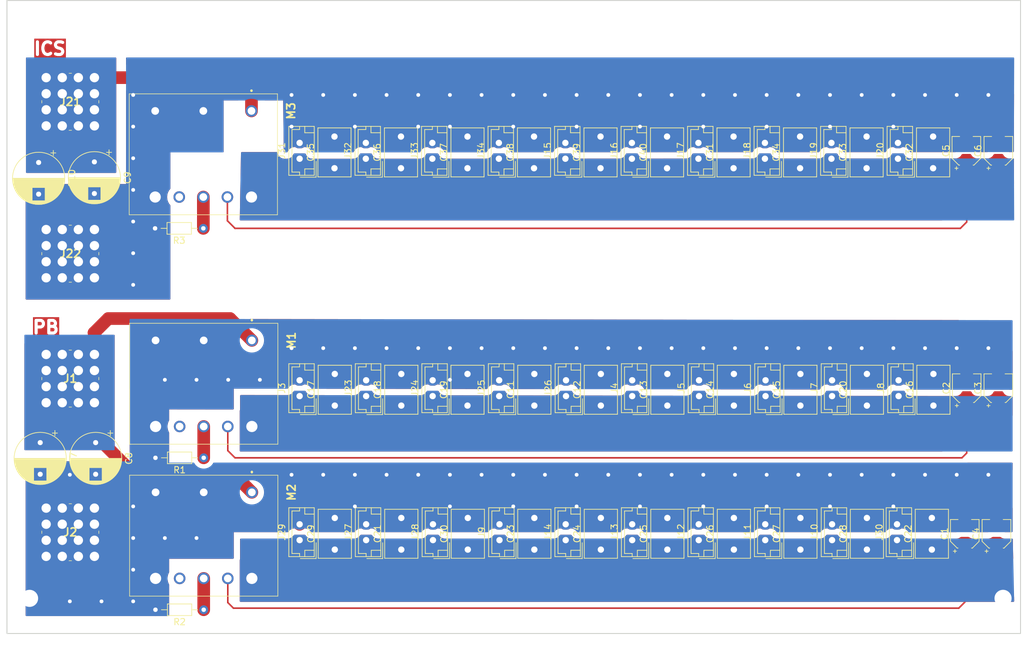
<source format=kicad_pcb>
(kicad_pcb (version 20221018) (generator pcbnew)
  (layers (0 "F.Cu" signal) (31 "B.Cu" signal) (34 "B.Paste" user) (35 "F.Paste" user) (36 "B.SilkS" user "B.Silkscreen") (37 "F.SilkS" user "F.Silkscreen") (38 "B.Mask" user) (39 "F.Mask" user) (44 "Edge.Cuts" user))
  (net 0 "")
  (net 1 "+6V")
  (net 2 "GND1")
  (net 3 "+12V")
  (net 4 "GND2")
  (net 5 "Net-(J1-0)")
  (net 6 "Net-(J21-0)")
  (net 8 "Net-(M1-TRIM)")
  (net 10 "Net-(M2-TRIM)")
  (net 12 "Net-(M3-TRIM)")
  (net 13 "Vdrive")
  (footprint "Connector_JST:JST_EH_B2B-EH-A_1x02_P2.50mm_Vertical" (layer "F.Cu") (at 174.7 130.25 90)
    (fp_text reference "J11")
    (fp_text value "Connector")
  )
  (footprint "Capacitor_THT:C_Disc_D7.5mm_W5.0mm_P5.00mm" (layer "F.Cu") (at 148.75 109 90)
    (fp_text reference "C12")
    (fp_text value "1nF")
  )
  (footprint "Capacitor_THT:C_Disc_D7.5mm_W5.0mm_P5.00mm" (layer "F.Cu") (at 106.7 71.5 90)
    (fp_text reference "C35")
    (fp_text value "1nF")
  )
  (footprint "My Global Library:I3A4W005A150V001R" (layer "F.Cu") (at 93.66 98.7 -90)
    (fp_text reference "M1")
    (fp_text value "TDK" hide)
  )
  (footprint "Capacitor_SMD:CP_Elec_4x5.7" (layer "F.Cu") (at 211.2 129.25 90)
    (fp_text reference "C4")
    (fp_text value "22uF")
  )
  (footprint "Connector_JST:JST_EH_B2B-EH-A_1x02_P2.50mm_Vertical" (layer "F.Cu") (at 174.75 107.5 90)
    (fp_text reference "J6")
    (fp_text value "Connector")
  )
  (footprint "Connector_JST:JST_EH_B2B-EH-A_1x02_P2.50mm_Vertical" (layer "F.Cu") (at 111.7 130.25 90)
    (fp_text reference "J27")
    (fp_text value "Connector")
  )
  (footprint "Connector_JST:JST_EH_B2B-EH-A_1x02_P2.50mm_Vertical" (layer "F.Cu") (at 164.15 70 90)
    (fp_text reference "J17")
    (fp_text value "Connector")
  )
  (footprint "Connector_JST:JST_EH_B2B-EH-A_1x02_P2.50mm_Vertical" (layer "F.Cu") (at 143.15 70 90)
    (fp_text reference "J15")
    (fp_text value "Connector")
  )
  (footprint "My Global Library:7461383" (layer "F.Cu") (at 61.19 64.81)
    (fp_text reference "J21")
    (fp_text value "~" hide)
  )
  (footprint "Connector_JST:JST_EH_B2B-EH-A_1x02_P2.50mm_Vertical" (layer "F.Cu") (at 153.65 70 90)
    (fp_text reference "J16")
    (fp_text value "Connector")
  )
  (footprint "Capacitor_SMD:CP_Elec_4x5.8" (layer "F.Cu") (at 206.2 129.25 90)
    (fp_text reference "C1")
    (fp_text value "100nF")
  )
  (footprint "Capacitor_SMD:CP_Elec_4x5.7" (layer "F.Cu") (at 211.5 106.25 90)
    (fp_text reference "C3")
    (fp_text value "22uF")
  )
  (footprint "Capacitor_THT:C_Disc_D7.5mm_W5.0mm_P5.00mm" (layer "F.Cu") (at 201.2 71.5 90)
    (fp_text reference "C32")
    (fp_text value "1nF")
  )
  (footprint "Capacitor_THT:C_Disc_D7.5mm_W5.0mm_P5.00mm" (layer "F.Cu") (at 201 131.75 90)
    (fp_text reference "C22")
    (fp_text value "1nF")
  )
  (footprint "Connector_JST:JST_EH_B2B-EH-A_1x02_P2.50mm_Vertical" (layer "F.Cu") (at 101.2 107.5 90)
    (fp_text reference "J3")
    (fp_text value "Connector")
  )
  (footprint "Capacitor_THT:CP_Radial_D8.0mm_P5.00mm" (layer "F.Cu") (at 69 114.847349 -90)
    (fp_text reference "C8")
    (fp_text value "100uF")
  )
  (footprint "Capacitor_THT:C_Disc_D7.5mm_W5.0mm_P5.00mm" (layer "F.Cu") (at 117.25 131.75 90)
    (fp_text reference "C21")
    (fp_text value "1nF")
  )
  (footprint "Connector_JST:JST_EH_B2B-EH-A_1x02_P2.50mm_Vertical" (layer "F.Cu") (at 101.2 130.25 90)
    (fp_text reference "J29")
    (fp_text value "Connector")
  )
  (footprint "Capacitor_THT:C_Disc_D7.5mm_W5.0mm_P5.00mm" (layer "F.Cu") (at 190.75 109 90)
    (fp_text reference "C20")
    (fp_text value "1nF")
  )
  (footprint "Capacitor_THT:C_Disc_D7.5mm_W5.0mm_P5.00mm" (layer "F.Cu") (at 169.75 131.75 90)
    (fp_text reference "C26")
    (fp_text value "1nF")
  )
  (footprint "Connector_JST:JST_EH_B2B-EH-A_1x02_P2.50mm_Vertical" (layer "F.Cu") (at 132.65 70 90)
    (fp_text reference "J34")
    (fp_text value "Connector")
  )
  (footprint "Capacitor_THT:CP_Radial_D8.0mm_P5.00mm" (layer "F.Cu") (at 68.8 70.5 -90)
    (fp_text reference "C9")
    (fp_text value "100uF")
  )
  (footprint "Capacitor_THT:C_Disc_D7.5mm_W5.0mm_P5.00mm" (layer "F.Cu") (at 159.2 71.5 90)
    (fp_text reference "C40")
    (fp_text value "1nF")
  )
  (footprint "MountingHole:MountingHole_2.7mm_M2.5_DIN965" (layer "F.Cu") (at 212.24 139.45)
    (fp_text reference "MH4" hide)
    (fp_text value "MountingHole_2.7mm_M2.5_DIN965" hide)
  )
  (footprint "Connector_JST:JST_EH_B2B-EH-A_1x02_P2.50mm_Vertical" (layer "F.Cu") (at 164.2 130.25 90)
    (fp_text reference "J12")
    (fp_text value "Connector")
  )
  (footprint "Connector_JST:JST_EH_B2B-EH-A_1x02_P2.50mm_Vertical" (layer "F.Cu") (at 195.65 70 90)
    (fp_text reference "J20")
    (fp_text value "Connector")
  )
  (footprint "Capacitor_THT:C_Disc_D7.5mm_W5.0mm_P5.00mm" (layer "F.Cu") (at 169.7 71.5 90)
    (fp_text reference "C31")
    (fp_text value "1nF")
  )
  (footprint "Connector_JST:JST_EH_B2B-EH-A_1x02_P2.50mm_Vertical" (layer "F.Cu") (at 185.15 70 90)
    (fp_text reference "J19")
    (fp_text value "Connector")
  )
  (footprint "Capacitor_THT:CP_Radial_D8.0mm_P5.00mm" (layer "F.Cu") (at 60 70.597349 -90)
    (fp_text reference "C10")
    (fp_text value "100uF")
  )
  (footprint "My Global Library:I3A4W005A150V001R" (layer "F.Cu") (at 93.66 122.7 -90)
    (fp_text reference "M2")
    (fp_text value "TDK" hide)
  )
  (footprint "Resistor_THT:R_Axial_DIN0204_L3.6mm_D1.6mm_P7.62mm_Horizontal" (layer "F.Cu") (at 86.06 141.25 180)
    (fp_text reference "R2")
    (fp_text value "5.9k")
  )
  (footprint "Capacitor_THT:C_Disc_D7.5mm_W5.0mm_P5.00mm" (layer "F.Cu") (at 106.75 109 90)
    (fp_text reference "C17")
    (fp_text value "1nF")
  )
  (footprint "Capacitor_THT:C_Disc_D7.5mm_W5.0mm_P5.00mm" (layer "F.Cu") (at 190.75 131.75 90)
    (fp_text reference "C28")
    (fp_text value "1nF")
  )
  (footprint "Resistor_THT:R_Axial_DIN0204_L3.6mm_D1.6mm_P7.62mm_Horizontal" (layer "F.Cu") (at 86 81 180)
    (fp_text reference "R3")
    (fp_text value "1.82k")
  )
  (footprint "Capacitor_THT:C_Disc_D7.5mm_W5.0mm_P5.00mm" (layer "F.Cu") (at 106.75 131.75 90)
    (fp_text reference "C29")
    (fp_text value "1nF")
  )
  (footprint "Capacitor_THT:C_Disc_D7.5mm_W5.0mm_P5.00mm" (layer "F.Cu") (at 148.75 131.75 90)
    (fp_text reference "C24")
    (fp_text value "1nF")
  )
  (footprint "My Global Library:I3A4W005A150V001R" (layer "F.Cu") (at 93.6 62.45 -90)
    (fp_text reference "M3")
    (fp_text value "TDK" hide)
  )
  (footprint "Connector_JST:JST_EH_B2B-EH-A_1x02_P2.50mm_Vertical" (layer "F.Cu") (at 132.7 107.5 90)
    (fp_text reference "J25")
    (fp_text value "Connector")
  )
  (footprint "Capacitor_SMD:CP_Elec_4x5.7" (layer "F.Cu") (at 211.5 68.75 90)
    (fp_text reference "C6")
    (fp_text value "22uF")
  )
  (footprint "Connector_JST:JST_EH_B2B-EH-A_1x02_P2.50mm_Vertical" (layer "F.Cu") (at 185.25 107.5 90)
    (fp_text reference "J7")
    (fp_text value "Connector")
  )
  (footprint "Connector_JST:JST_EH_B2B-EH-A_1x02_P2.50mm_Vertical" (layer "F.Cu") (at 111.65 70 90)
    (fp_text reference "J32")
    (fp_text value "Connector")
  )
  (footprint "Capacitor_THT:C_Disc_D7.5mm_W5.0mm_P5.00mm" (layer "F.Cu") (at 138.25 131.75 90)
    (fp_text reference "C23")
    (fp_text value "1nF")
  )
  (footprint "Capacitor_THT:CP_Radial_D8.0mm_P5.00mm" (layer "F.Cu") (at 60.25 114.847349 -90)
    (fp_text reference "C7")
    (fp_text value "100uF")
  )
  (footprint "Capacitor_THT:C_Disc_D7.5mm_W5.0mm_P5.00mm" (layer "F.Cu") (at 138.25 109 90)
    (fp_text reference "C11")
    (fp_text value "1nF")
  )
  (footprint "MountingHole:MountingHole_2.7mm_M2.5_DIN965" (layer "F.Cu") (at 58.57 139.45)
    (fp_text reference "MH2" hide)
    (fp_text value "MountingHole_2.7mm_M2.5_DIN965" hide)
  )
  (footprint "Connector_JST:JST_EH_B2B-EH-A_1x02_P2.50mm_Vertical" (layer "F.Cu") (at 132.75 130.25 90)
    (fp_text reference "J9")
    (fp_text value "Connector")
  )
  (footprint "Connector_JST:JST_EH_B2B-EH-A_1x02_P2.50mm_Vertical" (layer "F.Cu") (at 122.2 107.5 90)
    (fp_text reference "J24")
    (fp_text value "Connector")
  )
  (footprint "Capacitor_THT:C_Disc_D7.5mm_W5.0mm_P5.00mm" (layer "F.Cu") (at 190.7 71.5 90)
    (fp_text reference "C33")
    (fp_text value "1nF")
  )
  (footprint "Connector_JST:JST_EH_B2B-EH-A_1x02_P2.50mm_Vertical" (layer "F.Cu") (at 185.25 130.25 90)
    (fp_text reference "J10")
    (fp_text value "Connector")
  )
  (footprint "Resistor_THT:R_Axial_DIN0204_L3.6mm_D1.6mm_P7.62mm_Horizontal" (layer "F.Cu") (at 86.06 117.25 180)
    (fp_text reference "R1")
    (fp_text value "1.82k")
  )
  (footprint "Capacitor_THT:C_Disc_D7.5mm_W5.0mm_P5.00mm" (layer "F.Cu") (at 117.2 71.5 90)
    (fp_text reference "C36")
    (fp_text value "1nF")
  )
  (footprint "Capacitor_SMD:CP_Elec_4x5.8" (layer "F.Cu") (at 206.5 106.25 90)
    (fp_text reference "C2")
    (fp_text value "100nF")
  )
  (footprint "Connector_JST:JST_EH_B2B-EH-A_1x02_P2.50mm_Vertical" (layer "F.Cu") (at 111.7 107.5 90)
    (fp_text reference "J23")
    (fp_text value "Connector")
  )
  (footprint "MountingHole:MountingHole_2.7mm_M2.5_DIN965" (layer "F.Cu") (at 212.24 50.55)
    (fp_text reference "MH3" hide)
    (fp_text value "MountingHole_2.7mm_M2.5_DIN965" hide)
  )
  (footprint "Capacitor_THT:C_Disc_D7.5mm_W5.0mm_P5.00mm" (layer "F.Cu") (at 180.2 71.5 90)
    (fp_text reference "C34")
    (fp_text value "1nF")
  )
  (footprint "Capacitor_THT:C_Disc_D7.5mm_W5.0mm_P5.00mm" (layer "F.Cu") (at 169.75 109 90)
    (fp_text reference "C14")
    (fp_text value "1nF")
  )
  (footprint "Connector_JST:JST_EH_B2B-EH-A_1x02_P2.50mm_Vertical" (layer "F.Cu") (at 143.25 107.5 90)
    (fp_text reference "J26")
    (fp_text value "Connector")
  )
  (footprint "My Global Library:7461383" (layer "F.Cu") (at 61.19 108.54)
    (fp_text reference "J1")
    (fp_text value "~" hide)
  )
  (footprint "Capacitor_THT:C_Disc_D7.5mm_W5.0mm_P5.00mm" (layer "F.Cu") (at 127.7 71.5 90)
    (fp_text reference "C37")
    (fp_text value "1nF")
  )
  (footprint "Capacitor_THT:C_Disc_D7.5mm_W5.0mm_P5.00mm" (layer "F.Cu") (at 117.25 109 90)
    (fp_text reference "C18")
    (fp_text value "1nF")
  )
  (footprint "Capacitor_THT:C_Disc_D7.5mm_W5.0mm_P5.00mm" (layer "F.Cu") (at 159.25 109 90)
    (fp_text reference "C13")
    (fp_text value "1nF")
  )
  (footprint "Connector_JST:JST_EH_B2B-EH-A_1x02_P2.50mm_Vertical" (layer "F.Cu") (at 153.7 107.5 90)
    (fp_text reference "J4")
    (fp_text value "Connector")
  )
  (footprint "Connector_JST:JST_EH_B2B-EH-A_1x02_P2.50mm_Vertical" (layer "F.Cu") (at 153.7 130.25 90)
    (fp_text reference "J13")
    (fp_text value "Connector")
  )
  (footprint "Connector_JST:JST_EH_B2B-EH-A_1x02_P2.50mm_Vertical" (layer "F.Cu") (at 143.2 130.25 90)
    (fp_text reference "J14")
    (fp_text value "Connector")
  )
  (footprint "Connector_JST:JST_EH_B2B-EH-A_1x02_P2.50mm_Vertical" (layer "F.Cu") (at 101.2 70 90)
    (fp_text reference "J31")
    (fp_text value "Connector")
  )
  (footprint "Capacitor_THT:C_Disc_D7.5mm_W5.0mm_P5.00mm" (layer "F.Cu") (at 201.25 109 90)
    (fp_text reference "C16")
    (fp_text value "1nF")
  )
  (footprint "Connector_JST:JST_EH_B2B-EH-A_1x02_P2.50mm_Vertical" (layer "F.Cu") (at 174.65 70 90)
    (fp_text reference "J18")
    (fp_text value "Connector")
  )
  (footprint "Capacitor_SMD:CP_Elec_4x5.8" (layer "F.Cu") (at 206.45 68.75 90)
    (fp_text reference "C5")
    (fp_text value "100nF")
  )
  (footprint "Capacitor_THT:C_Disc_D7.5mm_W5.0mm_P5.00mm" (layer "F.Cu") (at 127.75 131.75 90)
    (fp_text reference "C30")
    (fp_text value "1nF")
  )
  (footprint "Capacitor_THT:C_Disc_D7.5mm_W5.0mm_P5.00mm" (layer "F.Cu") (at 180.25 131.75 90)
    (fp_text reference "C27")
    (fp_text value "1nF")
  )
  (footprint "Capacitor_THT:C_Disc_D7.5mm_W5.0mm_P5.00mm" (layer "F.Cu") (at 159.25 131.75 90)
    (fp_text reference "C25")
    (fp_text value "1nF")
  )
  (footprint "Connector_JST:JST_EH_B2B-EH-A_1x02_P2.50mm_Vertical" (layer "F.Cu") (at 164.25 107.5 90)
    (fp_text reference "J5")
    (fp_text value "Connector")
  )
  (footprint "Connector_JST:JST_EH_B2B-EH-A_1x02_P2.50mm_Vertical" (layer "F.Cu") (at 122.25 130.25 90)
    (fp_text reference "J28")
    (fp_text value "Connector")
  )
  (footprint "Capacitor_THT:C_Disc_D7.5mm_W5.0mm_P5.00mm" (layer "F.Cu") (at 138.2 71.5 90)
    (fp_text reference "C38")
    (fp_text value "1nF")
  )
  (footprint "Connector_JST:JST_EH_B2B-EH-A_1x02_P2.50mm_Vertical" (layer "F.Cu") (at 195.75 107.5 90)
    (fp_text reference "J8")
    (fp_text value "Connector")
  )
  (footprint "Capacitor_THT:C_Disc_D7.5mm_W5.0mm_P5.00mm" (layer "F.Cu") (at 148.7 71.5 90)
    (fp_text reference "C39")
    (fp_text value "1nF")
  )
  (footprint "Connector_JST:JST_EH_B2B-EH-A_1x02_P2.50mm_Vertical" (layer "F.Cu") (at 122.15 70 90)
    (fp_text reference "J33")
    (fp_text value "Connector")
  )
  (footprint "My Global Library:7461383" (layer "F.Cu") (at 61.19 132.818)
    (fp_text reference "J2")
    (fp_text value "~" hide)
  )
  (footprint "My Global Library:7461383" (layer "F.Cu") (at 61.19 88.81)
    (fp_text reference "J22")
    (fp_text value "~" hide)
  )
  (footprint "Capacitor_THT:C_Disc_D7.5mm_W5.0mm_P5.00mm" (layer "F.Cu") (at 180.25 109 90)
    (fp_text reference "C15")
    (fp_text value "1nF")
  )
  (footprint "Connector_JST:JST_EH_B2B-EH-A_1x02_P2.50mm_Vertical" (layer "F.Cu") (at 195.5 130.25 90)
    (fp_text reference "J30")
    (fp_text value "Connector")
  )
  (footprint "Capacitor_THT:C_Disc_D7.5mm_W5.0mm_P5.00mm" (layer "F.Cu") (at 127.7 109 90)
    (fp_text reference "C19")
    (fp_text value "1nF")
  )
  (gr_rect locked (start 55 45) (end 215 145) (stroke (width 0.15)) (fill none) (layer "Edge.Cuts"))
  (gr_text "+6V" (at 206.2 137.8) (layer "F.Cu" knockout) (effects (font (size 2 2) (thickness 0.5) bold) (justify left bottom)))
  (gr_text "GND" (at 205.8 58.4) (layer "F.Cu" knockout) (effects (font (size 2 2) (thickness 0.5) bold) (justify left bottom)))
  (gr_text "GND	" (at 205.4 123.8) (layer "F.Cu" knockout) (effects (font (size 2 2) (thickness 0.5) bold) (justify left bottom)))
  (gr_text "+12V" (at 204 78.6) (layer "F.Cu" knockout) (effects (font (size 2 2) (thickness 0.5) bold) (justify left bottom)))
  (gr_text "GND" (at 206.6 99) (layer "F.Cu" knockout) (effects (font (size 2 2) (thickness 0.3) bold) (justify left bottom)))
  (gr_text "PB" (at 58.8 97.8) (layer "F.Cu" knockout) (effects (font (size 2 2) (thickness 0.5) bold) (justify left bottom)))
  (gr_text "ICS\n" (at 59 53.8) (layer "F.Cu" knockout) (effects (font (size 2 2) (thickness 0.5) bold) (justify left bottom)))
  (gr_text "+12V\n" (at 204 115.2) (layer "F.Cu" knockout) (effects (font (size 2 2) (thickness 0.5) bold) (justify left bottom)))
  (segment (start 205.25 141) (end 206.2 140.05) (width 0.25) (layer "F.Cu") (net 1))
  (segment (start 89.86 140.11) (end 90.75 141) (width 0.25) (layer "F.Cu") (net 1))
  (segment (start 89.86 136.3) (end 89.86 140.11) (width 0.25) (layer "F.Cu") (net 1))
  (segment (start 206.2 140.05) (end 206.2 131.05) (width 0.25) (layer "F.Cu") (net 1))
  (segment (start 90.75 141) (end 205.25 141) (width 0.25) (layer "F.Cu") (net 1))
  (segment (start 78.46 112.3) (end 78.46 117.23) (width 2) (layer "F.Cu") (net 2))
  (segment (start 87.95 122.7) (end 92 126.75) (width 2) (layer "F.Cu") (net 2))
  (segment (start 86.06 122.7) (end 87.95 122.7) (width 2) (layer "F.Cu") (net 2))
  (segment (start 78.44 141.25) (end 78.44 136.32) (width 2) (layer "F.Cu") (net 2))
  (segment (start 78.46 117.23) (end 78.44 117.25) (width 2) (layer "F.Cu") (net 2))
  (segment (start 100.2 126.75) (end 101.2 127.75) (width 2) (layer "F.Cu") (net 2))
  (segment (start 78.44 136.32) (end 78.46 136.3) (width 2) (layer "F.Cu") (net 2))
  (segment (start 92 126.75) (end 100.2 126.75) (width 2) (layer "F.Cu") (net 2))
  (segment (start 86.06 122.7) (end 78.46 122.7) (width 2) (layer "F.Cu") (net 2))
  (via (at 154.925 119.925) (size 1.4) (drill 0.6) (layers "F.Cu" "B.Cu") (net 2))
  (via (at 94.925 104.925) (size 1.4) (drill 0.6) (layers "F.Cu" "B.Cu") (net 2))
  (via (at 174.925 124.925) (size 1.4) (drill 0.6) (layers "F.Cu" "B.Cu") (net 2))
  (via (at 124.925 104.925) (size 1.4) (drill 0.6) (layers "F.Cu" "B.Cu") (net 2))
  (via (at 194.925 99.925) (size 1.4) (drill 0.6) (layers "F.Cu" "B.Cu") (net 2))
  (via (at 79.925 104.925) (size 1.4) (drill 0.6) (layers "F.Cu" "B.Cu") (net 2))
  (via (at 79.925 129.925) (size 1.4) (drill 0.6) (layers "F.Cu" "B.Cu") (net 2))
  (via (at 179.925 99.925) (size 1.4) (drill 0.6) (layers "F.Cu" "B.Cu") (net 2))
  (via (at 74.925 134.925) (size 1.4) (drill 0.6) (layers "F.Cu" "B.Cu") (net 2))
  (via (at 194.925 119.925) (size 1.4) (drill 0.6) (layers "F.Cu" "B.Cu") (net 2))
  (via (at 174.925 99.925) (size 1.4) (drill 0.6) (layers "F.Cu" "B.Cu") (net 2))
  (via (at 154.925 124.925) (size 1.4) (drill 0.6) (layers "F.Cu" "B.Cu") (net 2))
  (via (at 74.925 129.925) (size 1.4) (drill 0.6) (layers "F.Cu" "B.Cu") (net 2))
  (via (at 164.925 119.925) (size 1.4) (drill 0.6) (layers "F.Cu" "B.Cu") (net 2))
  (via (at 169.925 99.925) (size 1.4) (drill 0.6) (layers "F.Cu" "B.Cu") (net 2))
  (via (at 124.925 99.925) (size 1.4) (drill 0.6) (layers "F.Cu" "B.Cu") (net 2))
  (via (at 64.925 119.925) (size 1.4) (drill 0.6) (layers "F.Cu" "B.Cu") (net 2))
  (via (at 159.925 99.925) (size 1.4) (drill 0.6) (layers "F.Cu" "B.Cu") (net 2))
  (via (at 99.925 99.925) (size 1.4) (drill 0.6) (layers "F.Cu" "B.Cu") (net 2))
  (via (at 179.925 119.925) (size 1.4) (drill 0.6) (layers "F.Cu" "B.Cu") (net 2))
  (via (at 109.925 124.925) (size 1.4) (drill 0.6) (layers "F.Cu" "B.Cu") (net 2))
  (via (at 169.925 119.925) (size 1.4) (drill 0.6) (layers "F.Cu" "B.Cu") (net 2))
  (via (at 159.925 119.925) (size 1.4) (drill 0.6) (layers "F.Cu" "B.Cu") (net 2))
  (via (at 84.925 104.925) (size 1.4) (drill 0.6) (layers "F.Cu" "B.Cu") (net 2))
  (via (at 69.925 139.925) (size 1.4) (drill 0.6) (layers "F.Cu" "B.Cu") (net 2))
  (via (at 199.925 99.925) (size 1.4) (drill 0.6) (layers "F.Cu" "B.Cu") (net 2))
  (via (at 204.925 99.925) (size 1.4) (drill 0.6) (layers "F.Cu" "B.Cu") (net 2))
  (via (at 194.925 124.925) (size 1.4) (drill 0.6) (layers "F.Cu" "B.Cu") (net 2))
  (via (at 204.925 119.925) (size 1.4) (drill 0.6) (layers "F.Cu" "B.Cu") (net 2))
  (via (at 139.925 99.925) (size 1.4) (drill 0.6) (layers "F.Cu" "B.Cu") (net 2))
  (via (at 104.925 99.925) (size 1.4) (drill 0.6) (layers "F.Cu" "B.Cu") (net 2))
  (via (at 144.925 124.925) (size 1.4) (drill 0.6) (layers "F.Cu" "B.Cu") (net 2))
  (via (at 129.925 99.925) (size 1.4) (drill 0.6) (layers "F.Cu" "B.Cu") (net 2))
  (via (at 184.925 99.925) (size 1.4) (drill 0.6) (layers "F.Cu" "B.Cu") (net 2))
  (via (at 119.925 119.925) (size 1.4) (drill 0.6) (layers "F.Cu" "B.Cu") (net 2))
  (via (at 164.925 99.925) (size 1.4) (drill 0.6) (layers "F.Cu" "B.Cu") (net 2))
  (via (at 114.925 119.925) (size 1.4) (drill 0.6) (layers "F.Cu" "B.Cu") (net 2))
  (via (at 174.925 119.925) (size 1.4) (drill 0.6) (layers "F.Cu" "B.Cu") (net 2))
  (via (at 109.925 99.925) (size 1.4) (drill 0.6) (layers "F.Cu" "B.Cu") (net 2))
  (via (at 104.925 119.925) (size 1.4) (drill 0.6) (layers "F.Cu" "B.Cu") (net 2))
  (via (at 74.925 124.925) (size 1.4) (drill 0.6) (layers "F.Cu" "B.Cu") (net 2))
  (via (at 64.925 139.925) (size 1.4) (drill 0.6) (layers "F.Cu" "B.Cu") (net 2))
  (via (at 184.925 124.925) (size 1.4) (drill 0.6) (layers "F.Cu" "B.Cu") (net 2))
  (via (at 144.925 119.925) (size 1.4) (drill 0.6) (layers "F.Cu" "B.Cu") (net 2))
  (via (at 134.925 119.925) (size 1.4) (drill 0.6) (layers "F.Cu" "B.Cu") (net 2))
  (via (at 134.925 124.925) (size 1.4) (drill 0.6) (layers "F.Cu" "B.Cu") (net 2))
  (via (at 199.925 119.925) (size 1.4) (drill 0.6) (layers "F.Cu" "B.Cu") (net 2))
  (via (at 164.925 124.925) (size 1.4) (drill 0.6) (layers "F.Cu" "B.Cu") (net 2))
  (via (at 134.925 99.925) (size 1.4) (drill 0.6) (layers "F.Cu" "B.Cu") (net 2))
  (via (at 84.925 129.925) (size 1.4) (drill 0.6) (layers "F.Cu" "B.Cu") (net 2))
  (via (at 189.925 99.925) (size 1.4) (drill 0.6) (layers "F.Cu" "B.Cu") (net 2))
  (via (at 189.925 119.925) (size 1.4) (drill 0.6) (layers "F.Cu" "B.Cu") (net 2))
  (via (at 124.925 124.925) (size 1.4) (drill 0.6) (layers "F.Cu" "B.Cu") (net 2))
  (via (at 119.925 99.925) (size 1.4) (drill 0.6) (layers "F.Cu" "B.Cu") (net 2))
  (via (at 144.925 99.925) (size 1.4) (drill 0.6) (layers "F.Cu" "B.Cu") (net 2))
  (via (at 149.925 119.925) (size 1.4) (drill 0.6) (layers "F.Cu" "B.Cu") (net 2))
  (via (at 114.925 99.925) (size 1.4) (drill 0.6) (layers "F.Cu" "B.Cu") (net 2))
  (via (at 154.925 99.925) (size 1.4) (drill 0.6) (layers "F.Cu" "B.Cu") (net 2))
  (via (at 109.925 119.925) (size 1.4) (drill 0.6) (layers "F.Cu" "B.Cu") (net 2))
  (via (at 184.925 119.925) (size 1.4) (drill 0.6) (layers "F.Cu" "B.Cu") (net 2))
  (via (at 209.925 119.925) (size 1.4) (drill 0.6) (layers "F.Cu" "B.Cu") (net 2))
  (via (at 149.925 99.925) (size 1.4) (drill 0.6) (layers "F.Cu" "B.Cu") (net 2))
  (via (at 99.925 119.925) (size 1.4) (drill 0.6) (layers "F.Cu" "B.Cu") (net 2))
  (via (at 209.925 99.925) (size 1.4) (drill 0.6) (layers "F.Cu" "B.Cu") (net 2))
  (via (at 89.925 104.925) (size 1.4) (drill 0.6) (layers "F.Cu" "B.Cu") (net 2))
  (via (at 129.925 119.925) (size 1.4) (drill 0.6) (layers "F.Cu" "B.Cu") (net 2))
  (via (at 74.925 139.925) (size 1.4) (drill 0.6) (layers "F.Cu" "B.Cu") (net 2))
  (via (at 124.925 119.925) (size 1.4) (drill 0.6) (layers "F.Cu" "B.Cu") (net 2))
  (via (at 139.925 119.925) (size 1.4) (drill 0.6) (layers "F.Cu" "B.Cu") (net 2))
  (segment (start 206.5 116.5) (end 206.5 108.05) (width 0.25) (layer "F.Cu") (net 3))
  (segment (start 205.75 117.25) (end 206.5 116.5) (width 0.25) (layer "F.Cu") (net 3))
  (segment (start 91 117.25) (end 205.75 117.25) (width 0.25) (layer "F.Cu") (net 3))
  (segment (start 89.86 112.3) (end 89.86 116.11) (width 0.25) (layer "F.Cu") (net 3))
  (segment (start 89.86 116.11) (end 91 117.25) (width 0.25) (layer "F.Cu") (net 3))
  (segment (start 78.38 76.07) (end 78.4 76.05) (width 2) (layer "F.Cu") (net 4))
  (segment (start 78.38 81) (end 78.38 76.07) (width 2) (layer "F.Cu") (net 4))
  (via (at 184.925 64.925) (size 1.4) (drill 0.6) (layers "F.Cu" "B.Cu") (net 4))
  (via (at 194.925 64.925) (size 1.4) (drill 0.6) (layers "F.Cu" "B.Cu") (net 4))
  (via (at 204.925 59.925) (size 1.4) (drill 0.6) (layers "F.Cu" "B.Cu") (net 4))
  (via (at 74.925 74.925) (size 1.4) (drill 0.6) (layers "F.Cu" "B.Cu") (net 4))
  (via (at 144.925 59.925) (size 1.4) (drill 0.6) (layers "F.Cu" "B.Cu") (net 4))
  (via (at 149.925 59.925) (size 1.4) (drill 0.6) (layers "F.Cu" "B.Cu") (net 4))
  (via (at 99.925 64.925) (size 1.4) (drill 0.6) (layers "F.Cu" "B.Cu") (net 4))
  (via (at 199.925 59.925) (size 1.4) (drill 0.6) (layers "F.Cu" "B.Cu") (net 4))
  (via (at 74.925 79.925) (size 1.4) (drill 0.6) (layers "F.Cu" "B.Cu") (net 4))
  (via (at 169.925 59.925) (size 1.4) (drill 0.6) (layers "F.Cu" "B.Cu") (net 4))
  (via (at 159.925 59.925) (size 1.4) (drill 0.6) (layers "F.Cu" "B.Cu") (net 4))
  (via (at 99.925 59.925) (size 1.4) (drill 0.6) (layers "F.Cu" "B.Cu") (net 4))
  (via (at 109.925 64.925) (size 1.4) (drill 0.6) (layers "F.Cu" "B.Cu") (net 4))
  (via (at 124.925 59.925) (size 1.4) (drill 0.6) (layers "F.Cu" "B.Cu") (net 4))
  (via (at 124.925 64.925) (size 1.4) (drill 0.6) (layers "F.Cu" "B.Cu") (net 4))
  (via (at 179.925 59.925) (size 1.4) (drill 0.6) (layers "F.Cu" "B.Cu") (net 4))
  (via (at 209.925 59.925) (size 1.4) (drill 0.6) (layers "F.Cu" "B.Cu") (net 4))
  (via (at 109.925 59.925) (size 1.4) (drill 0.6) (layers "F.Cu" "B.Cu") (net 4))
  (via (at 74.925 64.925) (size 1.4) (drill 0.6) (layers "F.Cu" "B.Cu") (net 4))
  (via (at 134.925 59.925) (size 1.4) (drill 0.6) (layers "F.Cu" "B.Cu") (net 4))
  (via (at 104.925 59.925) (size 1.4) (drill 0.6) (layers "F.Cu" "B.Cu") (net 4))
  (via (at 164.925 59.925) (size 1.4) (drill 0.6) (layers "F.Cu" "B.Cu") (net 4))
  (via (at 174.925 64.925) (size 1.4) (drill 0.6) (layers "F.Cu" "B.Cu") (net 4))
  (via (at 129.925 59.925) (size 1.4) (drill 0.6) (layers "F.Cu" "B.Cu") (net 4))
  (via (at 74.925 69.925) (size 1.4) (drill 0.6) (layers "F.Cu" "B.Cu") (net 4))
  (via (at 144.925 64.925) (size 1.4) (drill 0.6) (layers "F.Cu" "B.Cu") (net 4))
  (via (at 154.925 59.925) (size 1.4) (drill 0.6) (layers "F.Cu" "B.Cu") (net 4))
  (via (at 119.925 59.925) (size 1.4) (drill 0.6) (layers "F.Cu" "B.Cu") (net 4))
  (via (at 74.925 84.925) (size 1.4) (drill 0.6) (layers "F.Cu" "B.Cu") (net 4))
  (via (at 74.925 59.925) (size 1.4) (drill 0.6) (layers "F.Cu" "B.Cu") (net 4))
  (via (at 164.925 64.925) (size 1.4) (drill 0.6) (layers "F.Cu" "B.Cu") (net 4))
  (via (at 74.925 89.925) (size 1.4) (drill 0.6) (layers "F.Cu" "B.Cu") (net 4))
  (via (at 184.925 59.925) (size 1.4) (drill 0.6) (layers "F.Cu" "B.Cu") (net 4))
  (via (at 194.925 59.925) (size 1.4) (drill 0.6) (layers "F.Cu" "B.Cu") (net 4))
  (via (at 174.925 59.925) (size 1.4) (drill 0.6) (layers "F.Cu" "B.Cu") (net 4))
  (via (at 134.925 64.925) (size 1.4) (drill 0.6) (layers "F.Cu" "B.Cu") (net 4))
  (via (at 154.925 64.925) (size 1.4) (drill 0.6) (layers "F.Cu" "B.Cu") (net 4))
  (via (at 119.925 64.925) (size 1.4) (drill 0.6) (layers "F.Cu" "B.Cu") (net 4))
  (via (at 189.925 59.925) (size 1.4) (drill 0.6) (layers "F.Cu" "B.Cu") (net 4))
  (via (at 139.925 59.925) (size 1.4) (drill 0.6) (layers "F.Cu" "B.Cu") (net 4))
  (via (at 114.925 59.925) (size 1.4) (drill 0.6) (layers "F.Cu" "B.Cu") (net 4))
  (segment (start 75.25 120) (end 70.097349 114.847349) (width 2) (layer "F.Cu") (net 5))
  (segment (start 93.66 122.7) (end 90.96 120) (width 2) (layer "F.Cu") (net 5))
  (segment (start 71 95.25) (end 68.75 97.5) (width 2) (layer "F.Cu") (net 5))
  (segment (start 68.75 97.5) (end 68.81 97.56) (width 2) (layer "F.Cu") (net 5))
  (segment (start 93.66 98.7) (end 90.21 95.25) (width 2) (layer "F.Cu") (net 5))
  (segment (start 90.96 120) (end 75.25 120) (width 2) (layer "F.Cu") (net 5))
  (segment (start 90.21 95.25) (end 71 95.25) (width 2) (layer "F.Cu") (net 5))
  (segment (start 70.097349 114.847349) (end 69 114.847349) (width 2) (layer "F.Cu") (net 5))
  (segment (start 68.81 97.56) (end 68.81 100.92) (width 2) (layer "F.Cu") (net 5))
  (segment (start 93.6 59.6) (end 91.19 57.19) (width 2) (layer "F.Cu") (net 6))
  (segment (start 93.6 62.45) (end 93.6 59.6) (width 2) (layer "F.Cu") (net 6))
  (segment (start 91.19 57.19) (end 68.81 57.19) (width 2) (layer "F.Cu") (net 6))
  (segment (start 86.06 112.3) (end 86.06 117.25) (width 2) (layer "F.Cu") (net 8))
  (segment (start 86.06 136.3) (end 86.06 141.25) (width 2) (layer "F.Cu") (net 10))
  (segment (start 86 76.05) (end 86 81) (width 2) (layer "F.Cu") (net 12))
  (segment (start 206.5 70.6) (end 206.45 70.55) (width 0.25) (layer "F.Cu") (net 13))
  (segment (start 206.5 80) (end 206.5 70.6) (width 0.25) (layer "F.Cu") (net 13))
  (segment (start 91 81) (end 205.5 81) (width 0.25) (layer "F.Cu") (net 13))
  (segment (start 89.8 79.8) (end 91 81) (width 0.25) (layer "F.Cu") (net 13))
  (segment (start 205.5 81) (end 206.5 80) (width 0.25) (layer "F.Cu") (net 13))
  (segment (start 89.8 76.05) (end 89.8 79.8) (width 0.25) (layer "F.Cu") (net 13))
  (zone (net 4) (net_name "GND2") (layers "F&B.Cu") (priority 12) (connect_pads yes (clearance 1)) (min_thickness 0.25) (fill yes (thermal_gap 0.5) (thermal_bridge_width 0.5))
    (polygon (pts (xy 213.95 68.95) (xy 98.7 69) (xy 98.6 60.8) (xy 89.2 60.8) (xy 89.2 69) (xy 80.8 69) (xy 80.8 74) (xy 80.8 92.25) (xy 57.95 92.25) (xy 57.95 74) (xy 73.8 74) (xy 73.8 54) (xy 214 54)))
  )
  (zone (net 3) (net_name "+12V") (layers "F&B.Cu") (connect_pads yes (clearance 1)) (min_thickness 0.25) (fill yes (thermal_gap 0.5) (thermal_bridge_width 0.5))
    (polygon (pts (xy 91.75 106.45) (xy 213.75 106.45) (xy 213.75 116.25) (xy 91.75 116.25)))
  )
  (zone (net 2) (net_name "GND1") (layers "F&B.Cu") (priority 2) (connect_pads yes (clearance 1)) (min_thickness 0.25) (fill yes (thermal_gap 0.5) (thermal_bridge_width 0.5))
    (polygon (pts (xy 213.75 95.5) (xy 213.75 106.5) (xy 90.8 106.323601) (xy 90.8 109.6125) (xy 80.6 109.6) (xy 80.6 118) (xy 213.75 118) (xy 213.75 129) (xy 90.8 129) (xy 90.8 133.2) (xy 80.6 133.2) (xy 80.6 142.25) (xy 57.95 142.25) (xy 57.95 117.8) (xy 74.375 117.8) (xy 74.389093 106.300056) (xy 74.35 106.3) (xy 74.35 95.3)))
  )
  (zone (net 5) (net_name "Net-(J1-0)") (layers "F&B.Cu") (priority 2) (connect_pads yes (clearance 1)) (min_thickness 0.25) (fill yes (thermal_gap 0.5) (thermal_bridge_width 0.5))
    (polygon (pts (xy 57.75 116.05) (xy 57.75 97.8) (xy 72 97.8) (xy 72 116.05)))
  )
  (zone (net 6) (net_name "Net-(J21-0)") (layers "F&B.Cu") (priority 2) (connect_pads yes (clearance 0)) (min_thickness 0.25) (fill yes (thermal_gap 0.5) (thermal_bridge_width 0.5))
    (polygon (pts (xy 58 72.25) (xy 58 54) (xy 72.25 54) (xy 72.25 72.25)))
  )
  (zone (net 13) (net_name "Vdrive") (layers "F&B.Cu") (connect_pads yes (clearance 1)) (min_thickness 0.25) (fill yes (thermal_gap 0.5) (thermal_bridge_width 0.5))
    (polygon (pts (xy 91.95 68.95) (xy 213.95 68.95) (xy 214 79.75) (xy 91.75 79.75)))
  )
  (zone (net 1) (net_name "+6V") (layers "F&B.Cu") (connect_pads yes (clearance 1)) (min_thickness 0.25) (fill yes (thermal_gap 0.5) (thermal_bridge_width 0.5))
    (polygon (pts (xy 91.75 129) (xy 213.75 129) (xy 214 140) (xy 91.75 140)))
  )
)
</source>
